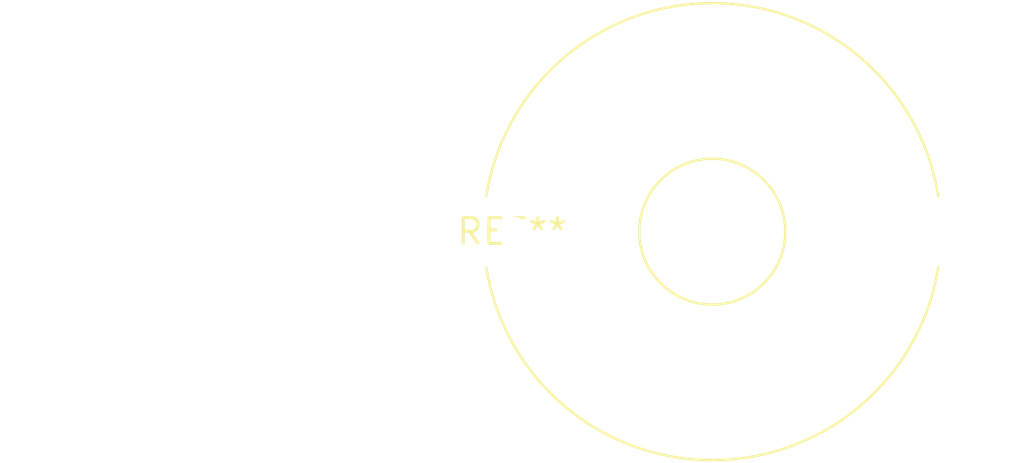
<source format=kicad_pcb>
(kicad_pcb (version 20240108) (generator pcbnew)
  (layers (0 "F.Cu" signal) (31 "B.Cu" signal) (34 "B.Paste" user) (35 "F.Paste" user) (36 "B.SilkS" user "B.Silkscreen") (37 "F.SilkS" user "F.Silkscreen") (38 "B.Mask" user) (39 "F.Mask" user) (44 "Edge.Cuts" user))
  (net 0 "")
  (footprint "L_Toroid_Horizontal_D22.4mm_P19.80mm_Vishay_TJ4" (layer "F.Cu") (at 0 0)
    (property "Reference" "REF**")
    (property "Value" "L_Toroid_Horizontal_D22.4mm_P19.80mm_Vishay_TJ4")
    (fp_arc (start -1.282343 -1.76) (mid 9.9 -11.32) (end 21.082343 -1.76) (layer "F.SilkS") (stroke (width 0.12)))
    (fp_arc (start 21.082343 1.76) (mid 9.9 11.32) (end -1.282343 1.76) (layer "F.SilkS") (stroke (width 0.12)))
    (fp_circle (center 9.9 0) (end 13.513333 0) (layer "F.SilkS") (stroke (width 0.12)) (fill none))
    (pad "1" thru_hole circle (at 0 0) (size 3 3) (drill 1.5) (layers *.Cu *.Mask) (remove_unused_layers))
    (pad "2" thru_hole circle (at 19.8 0) (size 3 3) (drill 1.5) (layers *.Cu *.Mask) (remove_unused_layers))
  )
)
</source>
